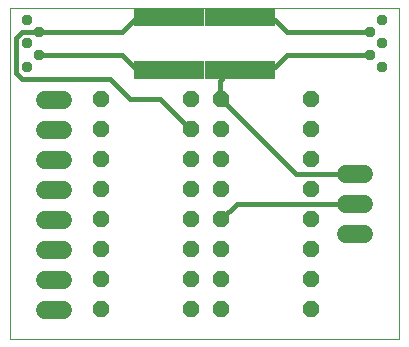
<source format=gbl>
G75*
%MOIN*%
%OFA0B0*%
%FSLAX24Y24*%
%IPPOS*%
%LPD*%
%AMOC8*
5,1,8,0,0,1.08239X$1,22.5*
%
%ADD10C,0.0000*%
%ADD11R,0.2362X0.0591*%
%ADD12C,0.0600*%
%ADD13OC8,0.0520*%
%ADD14C,0.0160*%
%ADD15OC8,0.0356*%
D10*
X000100Y000133D02*
X000100Y011169D01*
X013088Y011169D01*
X013088Y000133D01*
X000100Y000133D01*
D11*
X005415Y009090D03*
X005415Y010862D03*
X007769Y010862D03*
X007769Y009090D03*
D12*
X011300Y005633D02*
X011900Y005633D01*
X011900Y004633D02*
X011300Y004633D01*
X011300Y003633D02*
X011900Y003633D01*
X001888Y004082D02*
X001288Y004082D01*
X001288Y003082D02*
X001888Y003082D01*
X001888Y002082D02*
X001288Y002082D01*
X001288Y001082D02*
X001888Y001082D01*
X001888Y005082D02*
X001288Y005082D01*
X001288Y006082D02*
X001888Y006082D01*
X001888Y007082D02*
X001288Y007082D01*
X001288Y008082D02*
X001888Y008082D01*
D13*
X003151Y008122D03*
X003151Y007122D03*
X003151Y006122D03*
X003151Y005122D03*
X003151Y004122D03*
X003151Y003122D03*
X003151Y002122D03*
X003151Y001122D03*
X006151Y001122D03*
X007151Y001122D03*
X007151Y002122D03*
X006151Y002122D03*
X006151Y003122D03*
X007151Y003122D03*
X007151Y004122D03*
X006151Y004122D03*
X006151Y005122D03*
X007151Y005122D03*
X007151Y006122D03*
X006151Y006122D03*
X006151Y007122D03*
X007151Y007122D03*
X007151Y008122D03*
X006151Y008122D03*
X010151Y008122D03*
X010151Y007122D03*
X010151Y006122D03*
X010151Y005122D03*
X010151Y004122D03*
X010151Y003122D03*
X010151Y002122D03*
X010151Y001122D03*
D14*
X007151Y004122D02*
X007663Y004633D01*
X011600Y004633D01*
X011600Y005633D02*
X009639Y005633D01*
X007151Y008122D01*
X007100Y008133D02*
X007100Y008708D01*
X007187Y008795D01*
X008958Y009188D02*
X009352Y009582D01*
X012108Y009582D01*
X012108Y010370D02*
X009352Y010370D01*
X008958Y010763D01*
X006100Y007133D02*
X005100Y008133D01*
X004100Y008133D01*
X003439Y008795D01*
X000494Y008795D01*
X000297Y008992D01*
X000297Y010173D01*
X000494Y010370D01*
X000887Y010370D01*
X001084Y010370D02*
X003840Y010370D01*
X004234Y010763D01*
X003840Y009582D02*
X001084Y009582D01*
X003840Y009582D02*
X004234Y009188D01*
D15*
X001084Y009582D03*
X000691Y009976D03*
X001084Y010370D03*
X000691Y010763D03*
X000691Y009188D03*
X012108Y009582D03*
X012502Y009976D03*
X012108Y010370D03*
X012502Y010763D03*
X012502Y009188D03*
M02*

</source>
